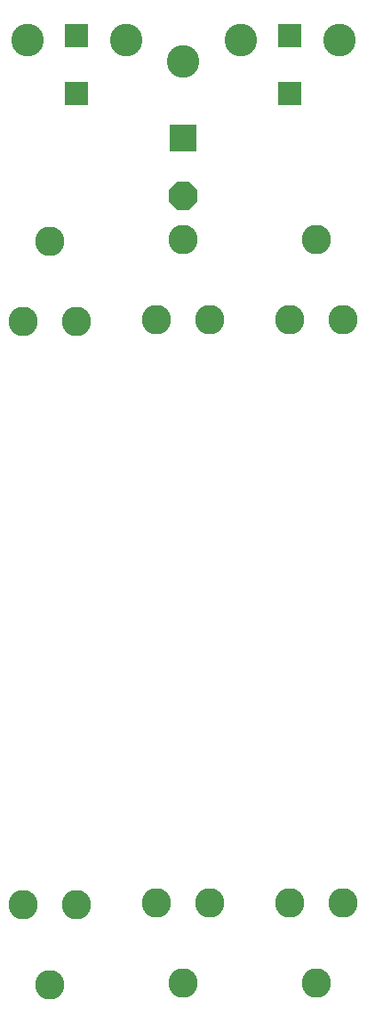
<source format=gbr>
G04 EAGLE Gerber RS-274X export*
G75*
%MOMM*%
%FSLAX34Y34*%
%LPD*%
%INSoldermask Bottom*%
%IPPOS*%
%AMOC8*
5,1,8,0,0,1.08239X$1,22.5*%
G01*
%ADD10P,2.859241X8X292.500000*%
%ADD11R,2.641600X2.641600*%
%ADD12C,3.101600*%
%ADD13C,2.801600*%
%ADD14R,2.201600X2.201600*%


D10*
X228600Y802132D03*
D11*
X228600Y857250D03*
D12*
X228600Y930250D03*
D13*
X355600Y760800D03*
X381000Y684600D03*
X330200Y684600D03*
X381000Y129600D03*
X330200Y129600D03*
X355600Y53400D03*
X228600Y760800D03*
X203200Y684600D03*
X254000Y684600D03*
X203200Y129600D03*
X254000Y129600D03*
X228600Y53400D03*
X101600Y52000D03*
X76200Y128200D03*
X127000Y128200D03*
X76200Y683200D03*
X127000Y683200D03*
X101600Y759400D03*
D14*
X127000Y899600D03*
X127000Y954600D03*
D12*
X174000Y950000D03*
X80000Y950000D03*
D14*
X330200Y899600D03*
X330200Y954600D03*
D12*
X377200Y950000D03*
X283200Y950000D03*
M02*

</source>
